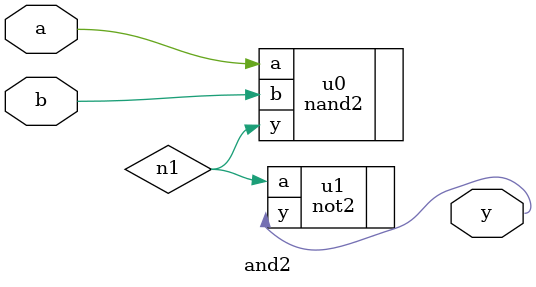
<source format=v>
module and2(input a, input b, output y);
  wire n1;
  nand2 u0 (.a(a), .b(b), .y(n1));
  not2  u1 (.a(n1), .y(y));        // AND = NOT(NAND(a,b))
endmodule

</source>
